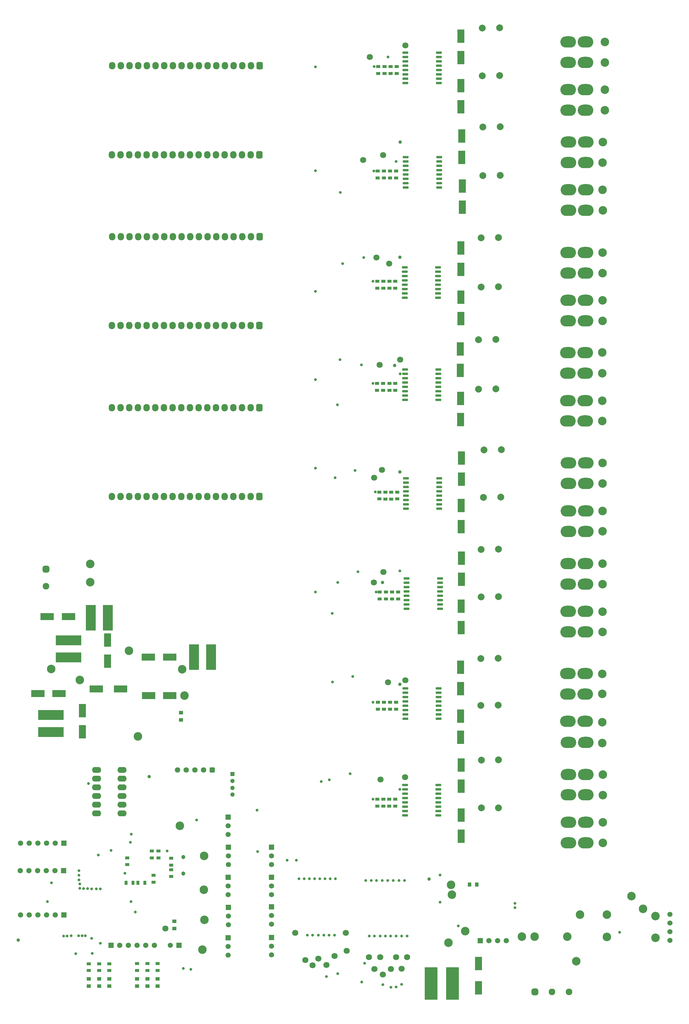
<source format=gbr>
%TF.GenerationSoftware,Altium Limited,Altium Designer,24.10.1 (45)*%
G04 Layer_Color=8388736*
%FSLAX43Y43*%
%MOMM*%
%TF.SameCoordinates,766D9AF5-BA92-4156-BEB6-FD46E2A8267A*%
%TF.FilePolarity,Negative*%
%TF.FileFunction,Soldermask,Top*%
%TF.Part,Single*%
G01*
G75*
%TA.AperFunction,SMDPad,CuDef*%
%ADD11R,3.000X7.500*%
%ADD12R,7.500X3.000*%
%ADD13R,3.750X9.500*%
%ADD14R,1.100X1.200*%
%ADD17R,1.200X1.100*%
%ADD18R,4.000X2.000*%
G04:AMPARAMS|DCode=19|XSize=1.65mm|YSize=0.6mm|CornerRadius=0.051mm|HoleSize=0mm|Usage=FLASHONLY|Rotation=0.000|XOffset=0mm|YOffset=0mm|HoleType=Round|Shape=RoundedRectangle|*
%AMROUNDEDRECTD19*
21,1,1.650,0.498,0,0,0.0*
21,1,1.548,0.600,0,0,0.0*
1,1,0.102,0.774,-0.249*
1,1,0.102,-0.774,-0.249*
1,1,0.102,-0.774,0.249*
1,1,0.102,0.774,0.249*
%
%ADD19ROUNDEDRECTD19*%
%ADD20R,2.000X4.000*%
%TA.AperFunction,ComponentPad*%
%ADD28R,1.500X1.500*%
%ADD29C,1.500*%
%ADD30C,1.550*%
%ADD31R,1.550X1.550*%
%ADD32C,1.800*%
%ADD33O,2.700X1.750*%
%ADD34C,2.500*%
%ADD35R,1.500X1.500*%
%ADD36C,1.300*%
%ADD37R,1.300X1.300*%
%ADD38C,1.200*%
%ADD39C,1.600*%
G04:AMPARAMS|DCode=40|XSize=1.6mm|YSize=1.6mm|CornerRadius=0.4mm|HoleSize=0mm|Usage=FLASHONLY|Rotation=180.000|XOffset=0mm|YOffset=0mm|HoleType=Round|Shape=RoundedRectangle|*
%AMROUNDEDRECTD40*
21,1,1.600,0.800,0,0,180.0*
21,1,0.800,1.600,0,0,180.0*
1,1,0.800,-0.400,0.400*
1,1,0.800,0.400,0.400*
1,1,0.800,0.400,-0.400*
1,1,0.800,-0.400,-0.400*
%
%ADD40ROUNDEDRECTD40*%
%ADD41C,1.950*%
G04:AMPARAMS|DCode=42|XSize=1.95mm|YSize=1.95mm|CornerRadius=0.488mm|HoleSize=0mm|Usage=FLASHONLY|Rotation=0.000|XOffset=0mm|YOffset=0mm|HoleType=Round|Shape=RoundedRectangle|*
%AMROUNDEDRECTD42*
21,1,1.950,0.975,0,0,0.0*
21,1,0.975,1.950,0,0,0.0*
1,1,0.975,0.488,-0.488*
1,1,0.975,-0.488,-0.488*
1,1,0.975,-0.488,0.488*
1,1,0.975,0.488,0.488*
%
%ADD42ROUNDEDRECTD42*%
%ADD43O,1.905X2.159*%
G04:AMPARAMS|DCode=44|XSize=1.905mm|YSize=2.159mm|CornerRadius=0.476mm|HoleSize=0mm|Usage=FLASHONLY|Rotation=0.000|XOffset=0mm|YOffset=0mm|HoleType=Round|Shape=RoundedRectangle|*
%AMROUNDEDRECTD44*
21,1,1.905,1.206,0,0,0.0*
21,1,0.953,2.159,0,0,0.0*
1,1,0.953,0.476,-0.603*
1,1,0.953,-0.476,-0.603*
1,1,0.953,-0.476,0.603*
1,1,0.953,0.476,0.603*
%
%ADD44ROUNDEDRECTD44*%
%ADD45C,2.000*%
%ADD46O,4.572X3.302*%
G04:AMPARAMS|DCode=47|XSize=1.95mm|YSize=1.95mm|CornerRadius=0.488mm|HoleSize=0mm|Usage=FLASHONLY|Rotation=270.000|XOffset=0mm|YOffset=0mm|HoleType=Round|Shape=RoundedRectangle|*
%AMROUNDEDRECTD47*
21,1,1.950,0.975,0,0,270.0*
21,1,0.975,1.950,0,0,270.0*
1,1,0.975,-0.488,-0.488*
1,1,0.975,-0.488,0.488*
1,1,0.975,0.488,0.488*
1,1,0.975,0.488,-0.488*
%
%ADD47ROUNDEDRECTD47*%
%TA.AperFunction,ViaPad*%
%ADD48C,0.800*%
%ADD49C,1.000*%
%TA.AperFunction,SMDPad,CuDef*%
%ADD91R,1.280X0.830*%
%ADD92R,0.830X1.280*%
D11*
X27625Y113350D02*
D03*
X22625D02*
D03*
X52880Y101789D02*
D03*
X57880D02*
D03*
D12*
X16120Y101709D02*
D03*
Y106709D02*
D03*
X10960Y79899D02*
D03*
Y84899D02*
D03*
D13*
X122300Y6325D02*
D03*
X128550D02*
D03*
D14*
X135693Y35267D02*
D03*
X133593D02*
D03*
D17*
X47087Y24508D02*
D03*
Y22408D02*
D03*
X42231Y5551D02*
D03*
Y7651D02*
D03*
X22081Y5526D02*
D03*
Y7626D02*
D03*
X39231Y5551D02*
D03*
Y7651D02*
D03*
X36231Y5551D02*
D03*
Y7651D02*
D03*
X28081Y5526D02*
D03*
Y7626D02*
D03*
X25081Y5526D02*
D03*
Y7626D02*
D03*
X49035Y83435D02*
D03*
Y85535D02*
D03*
D18*
X16100Y113629D02*
D03*
X9877D02*
D03*
X45765Y101759D02*
D03*
X39542D02*
D03*
X7125Y91159D02*
D03*
X13348D02*
D03*
X24260Y92459D02*
D03*
X31360D02*
D03*
X39582Y90534D02*
D03*
X45805D02*
D03*
D19*
X114678Y185959D02*
D03*
Y184689D02*
D03*
Y179609D02*
D03*
Y178339D02*
D03*
X124428Y177069D02*
D03*
Y178339D02*
D03*
Y179609D02*
D03*
Y180879D02*
D03*
Y182149D02*
D03*
Y183419D02*
D03*
Y184689D02*
D03*
Y185959D02*
D03*
X114678Y182149D02*
D03*
Y183419D02*
D03*
Y177069D02*
D03*
Y180879D02*
D03*
X114625Y215839D02*
D03*
Y214569D02*
D03*
Y209489D02*
D03*
Y208219D02*
D03*
X124375Y206949D02*
D03*
Y208219D02*
D03*
Y209489D02*
D03*
Y210759D02*
D03*
Y212029D02*
D03*
Y213299D02*
D03*
Y214569D02*
D03*
Y215839D02*
D03*
X114625Y212029D02*
D03*
Y213299D02*
D03*
Y206949D02*
D03*
Y210759D02*
D03*
X114815Y278678D02*
D03*
Y277408D02*
D03*
Y272328D02*
D03*
Y271058D02*
D03*
X124565Y269788D02*
D03*
Y271058D02*
D03*
Y272328D02*
D03*
Y273598D02*
D03*
Y274868D02*
D03*
Y276138D02*
D03*
Y277408D02*
D03*
Y278678D02*
D03*
X114815Y274868D02*
D03*
Y276138D02*
D03*
Y269788D02*
D03*
Y273598D02*
D03*
X114887Y248113D02*
D03*
Y246843D02*
D03*
Y241763D02*
D03*
Y240493D02*
D03*
X124637Y239223D02*
D03*
Y240493D02*
D03*
Y241763D02*
D03*
Y243033D02*
D03*
Y244303D02*
D03*
Y245573D02*
D03*
Y246843D02*
D03*
Y248113D02*
D03*
X114887Y244303D02*
D03*
Y245573D02*
D03*
Y239223D02*
D03*
Y243033D02*
D03*
X114699Y59310D02*
D03*
Y55500D02*
D03*
Y61850D02*
D03*
Y60580D02*
D03*
X124449Y64390D02*
D03*
Y63120D02*
D03*
Y61850D02*
D03*
Y60580D02*
D03*
Y59310D02*
D03*
Y58040D02*
D03*
Y56770D02*
D03*
Y55500D02*
D03*
X114699Y56770D02*
D03*
Y58040D02*
D03*
Y63120D02*
D03*
Y64390D02*
D03*
X114769Y92660D02*
D03*
Y91390D02*
D03*
Y86310D02*
D03*
Y85040D02*
D03*
X124519Y83770D02*
D03*
Y85040D02*
D03*
Y86310D02*
D03*
Y87580D02*
D03*
Y88850D02*
D03*
Y90120D02*
D03*
Y91390D02*
D03*
Y92660D02*
D03*
X114769Y88850D02*
D03*
Y90120D02*
D03*
Y83770D02*
D03*
Y87580D02*
D03*
X114939Y154154D02*
D03*
Y152884D02*
D03*
Y147804D02*
D03*
Y146534D02*
D03*
X124689Y145264D02*
D03*
Y146534D02*
D03*
Y147804D02*
D03*
Y149074D02*
D03*
Y150344D02*
D03*
Y151614D02*
D03*
Y152884D02*
D03*
Y154154D02*
D03*
X114939Y150344D02*
D03*
Y151614D02*
D03*
Y145264D02*
D03*
Y149074D02*
D03*
X115141Y124849D02*
D03*
Y123579D02*
D03*
Y118499D02*
D03*
Y117229D02*
D03*
X124891Y115959D02*
D03*
Y117229D02*
D03*
Y118499D02*
D03*
Y119769D02*
D03*
Y121039D02*
D03*
Y122309D02*
D03*
Y123579D02*
D03*
Y124849D02*
D03*
X115141Y121039D02*
D03*
Y122309D02*
D03*
Y115959D02*
D03*
Y119769D02*
D03*
D20*
X130933Y177532D02*
D03*
Y171309D02*
D03*
X130873Y185719D02*
D03*
Y191942D02*
D03*
X131000Y207082D02*
D03*
Y200859D02*
D03*
Y221512D02*
D03*
Y215289D02*
D03*
X131050Y269021D02*
D03*
Y262798D02*
D03*
Y283483D02*
D03*
Y277260D02*
D03*
X131472Y239676D02*
D03*
Y233453D02*
D03*
X131322Y254276D02*
D03*
Y248053D02*
D03*
X131074Y55603D02*
D03*
Y49380D02*
D03*
Y64000D02*
D03*
Y70223D02*
D03*
X130954Y84530D02*
D03*
Y78307D02*
D03*
Y98793D02*
D03*
Y92570D02*
D03*
X131104Y146187D02*
D03*
Y139964D02*
D03*
X131194Y160067D02*
D03*
Y153844D02*
D03*
X131126Y116682D02*
D03*
Y110459D02*
D03*
X131236Y130767D02*
D03*
Y124544D02*
D03*
X136175Y5025D02*
D03*
Y12125D02*
D03*
X20210Y79934D02*
D03*
Y86157D02*
D03*
X27550Y106822D02*
D03*
Y100599D02*
D03*
D28*
X75555Y19790D02*
D03*
Y46190D02*
D03*
Y37375D02*
D03*
Y28705D02*
D03*
X62917Y46131D02*
D03*
X62867Y54961D02*
D03*
X62943Y28567D02*
D03*
X62842Y19667D02*
D03*
X62893Y37342D02*
D03*
D29*
X75555Y17250D02*
D03*
Y14710D02*
D03*
X45947Y17456D02*
D03*
X192275Y18900D02*
D03*
Y21440D02*
D03*
Y23980D02*
D03*
Y26520D02*
D03*
X75555Y41110D02*
D03*
Y43650D02*
D03*
Y32295D02*
D03*
Y34835D02*
D03*
Y23625D02*
D03*
Y26165D02*
D03*
X62917Y43591D02*
D03*
Y41051D02*
D03*
X62867Y52421D02*
D03*
Y49881D02*
D03*
X62943Y26027D02*
D03*
Y23487D02*
D03*
X62842Y17127D02*
D03*
Y14587D02*
D03*
X62893Y34802D02*
D03*
Y32262D02*
D03*
D30*
X139263Y18847D02*
D03*
X141803D02*
D03*
X144343D02*
D03*
X12207Y47332D02*
D03*
X9667D02*
D03*
X7127D02*
D03*
X4587D02*
D03*
X2047D02*
D03*
X31117Y17496D02*
D03*
X33657D02*
D03*
X36197D02*
D03*
X38737D02*
D03*
X41277D02*
D03*
X12242Y26332D02*
D03*
X9702D02*
D03*
X7162D02*
D03*
X4622D02*
D03*
X2082D02*
D03*
X12197Y39332D02*
D03*
X9657D02*
D03*
X7117D02*
D03*
X4577D02*
D03*
X2037D02*
D03*
D31*
X136723Y18847D02*
D03*
X14747Y47332D02*
D03*
X28577Y17496D02*
D03*
X14782Y26332D02*
D03*
X14737Y39332D02*
D03*
D32*
X108200Y8900D02*
D03*
X107875Y156600D02*
D03*
X107225Y187275D02*
D03*
X113260Y188834D02*
D03*
X105600Y154275D02*
D03*
X108303Y126725D02*
D03*
X105544Y123600D02*
D03*
X91650Y11675D02*
D03*
X82550Y21080D02*
D03*
X87600Y11650D02*
D03*
X89291Y13536D02*
D03*
X85475Y13174D02*
D03*
X104125Y14011D02*
D03*
X105675Y10500D02*
D03*
X110512Y10538D02*
D03*
X107375Y14011D02*
D03*
X112105D02*
D03*
X115250D02*
D03*
X113650Y10625D02*
D03*
X97575Y15854D02*
D03*
X97325Y21070D02*
D03*
X94000Y14350D02*
D03*
X108225Y248725D02*
D03*
X110050Y216950D02*
D03*
X106292Y218700D02*
D03*
X109675Y94450D02*
D03*
X104325Y277400D02*
D03*
X114769Y94997D02*
D03*
X114699Y66652D02*
D03*
X114815Y280779D02*
D03*
X102376Y247251D02*
D03*
X107450Y65950D02*
D03*
X44475Y22408D02*
D03*
D33*
X31828Y56037D02*
D03*
Y58577D02*
D03*
Y61117D02*
D03*
Y63657D02*
D03*
Y66197D02*
D03*
Y68737D02*
D03*
X24328D02*
D03*
Y66197D02*
D03*
Y63657D02*
D03*
Y61117D02*
D03*
Y58577D02*
D03*
Y56037D02*
D03*
D34*
X36475Y78625D02*
D03*
X22475Y123733D02*
D03*
Y129067D02*
D03*
X187993Y19638D02*
D03*
X173793Y19891D02*
D03*
X181023Y31868D02*
D03*
X173793Y26418D02*
D03*
X187993Y25998D02*
D03*
X184373Y28158D02*
D03*
X55823Y43591D02*
D03*
X48750Y52421D02*
D03*
X55948Y24951D02*
D03*
X55372Y16167D02*
D03*
X55793Y33754D02*
D03*
X148858Y20002D02*
D03*
X128125Y35198D02*
D03*
X132303Y21628D02*
D03*
X152592Y20002D02*
D03*
X164842Y12822D02*
D03*
X165876Y26412D02*
D03*
X162184Y20027D02*
D03*
X128397Y32252D02*
D03*
X127375Y18224D02*
D03*
X172433Y170854D02*
D03*
Y176854D02*
D03*
X172453Y184874D02*
D03*
Y190934D02*
D03*
X172500Y200174D02*
D03*
Y206174D02*
D03*
Y214174D02*
D03*
Y220144D02*
D03*
X173226Y261823D02*
D03*
Y267823D02*
D03*
Y275823D02*
D03*
Y281823D02*
D03*
X172592Y232498D02*
D03*
X172542Y238498D02*
D03*
X172502Y246498D02*
D03*
X172592Y252498D02*
D03*
X172574Y47455D02*
D03*
Y53465D02*
D03*
Y61445D02*
D03*
Y67465D02*
D03*
X172414Y76685D02*
D03*
Y82765D02*
D03*
Y91055D02*
D03*
Y96875D02*
D03*
X172554Y138629D02*
D03*
Y144579D02*
D03*
Y152579D02*
D03*
Y158639D02*
D03*
X172486Y109149D02*
D03*
Y115109D02*
D03*
Y123149D02*
D03*
Y129149D02*
D03*
X50111Y90534D02*
D03*
X49380Y98269D02*
D03*
X19450Y95125D02*
D03*
X11090Y98319D02*
D03*
X33830Y103699D02*
D03*
D35*
X48487Y17456D02*
D03*
D36*
X64122Y61561D02*
D03*
Y65561D02*
D03*
Y63561D02*
D03*
D37*
Y67561D02*
D03*
D38*
X49737Y43326D02*
D03*
Y38446D02*
D03*
D39*
X53122Y68807D02*
D03*
X55662D02*
D03*
X50582D02*
D03*
X48042D02*
D03*
D40*
X58202D02*
D03*
D41*
X157702Y3862D02*
D03*
X162702D02*
D03*
X9500Y122500D02*
D03*
D42*
X152702Y3862D02*
D03*
D43*
X67000Y224815D02*
D03*
X64460D02*
D03*
X59380D02*
D03*
X69540D02*
D03*
X61920D02*
D03*
X56840D02*
D03*
X54300D02*
D03*
X51760D02*
D03*
X31440D02*
D03*
X33980D02*
D03*
X41600D02*
D03*
X36520D02*
D03*
X44140D02*
D03*
X39060D02*
D03*
X46680D02*
D03*
X28900D02*
D03*
X49220D02*
D03*
X66960Y174815D02*
D03*
X64420D02*
D03*
X59340D02*
D03*
X69500D02*
D03*
X61880D02*
D03*
X56800D02*
D03*
X54260D02*
D03*
X51720D02*
D03*
X31400D02*
D03*
X33940D02*
D03*
X41560D02*
D03*
X36480D02*
D03*
X44100D02*
D03*
X39020D02*
D03*
X46640D02*
D03*
X28860D02*
D03*
X49180D02*
D03*
X66970Y198815D02*
D03*
X64430D02*
D03*
X59350D02*
D03*
X69510D02*
D03*
X61890D02*
D03*
X56810D02*
D03*
X54270D02*
D03*
X51730D02*
D03*
X31410D02*
D03*
X33950D02*
D03*
X41570D02*
D03*
X36490D02*
D03*
X44110D02*
D03*
X39030D02*
D03*
X46650D02*
D03*
X28870D02*
D03*
X49190D02*
D03*
X66910Y148815D02*
D03*
X64370D02*
D03*
X59290D02*
D03*
X69450D02*
D03*
X61830D02*
D03*
X56750D02*
D03*
X54210D02*
D03*
X51670D02*
D03*
X31350D02*
D03*
X33890D02*
D03*
X41510D02*
D03*
X36430D02*
D03*
X44050D02*
D03*
X38970D02*
D03*
X46590D02*
D03*
X28810D02*
D03*
X49130D02*
D03*
X49150Y248815D02*
D03*
X28830D02*
D03*
X46610D02*
D03*
X38990D02*
D03*
X44070D02*
D03*
X36450D02*
D03*
X41530D02*
D03*
X33910D02*
D03*
X31370D02*
D03*
X51690D02*
D03*
X54230D02*
D03*
X56770D02*
D03*
X61850D02*
D03*
X69470D02*
D03*
X59310D02*
D03*
X64390D02*
D03*
X66930D02*
D03*
X49240Y274815D02*
D03*
X28920D02*
D03*
X46700D02*
D03*
X39080D02*
D03*
X44160D02*
D03*
X36540D02*
D03*
X41620D02*
D03*
X34000D02*
D03*
X31460D02*
D03*
X51780D02*
D03*
X54320D02*
D03*
X56860D02*
D03*
X61940D02*
D03*
X69560D02*
D03*
X59400D02*
D03*
X64480D02*
D03*
X67020D02*
D03*
D44*
X72080Y224815D02*
D03*
X72040Y174815D02*
D03*
X72050Y198815D02*
D03*
X71990Y148815D02*
D03*
X72010Y248815D02*
D03*
X72100Y274815D02*
D03*
D45*
X141263Y180304D02*
D03*
X136188Y180229D02*
D03*
X141263Y194774D02*
D03*
X136188Y194699D02*
D03*
X142040Y210203D02*
D03*
X136965Y210128D02*
D03*
X142070Y224524D02*
D03*
X136995Y224449D02*
D03*
X142370Y271963D02*
D03*
X137295Y271888D02*
D03*
X142370Y285933D02*
D03*
X137295Y285858D02*
D03*
X142556Y242748D02*
D03*
X137481Y242673D02*
D03*
X142556Y257006D02*
D03*
X137481Y256931D02*
D03*
X142074Y57725D02*
D03*
X136999Y57650D02*
D03*
Y71664D02*
D03*
X142074Y71739D02*
D03*
X141914Y87735D02*
D03*
X136839Y87660D02*
D03*
X141914Y101475D02*
D03*
X136839Y101400D02*
D03*
X142674Y148609D02*
D03*
X137599Y148534D02*
D03*
X142894Y162509D02*
D03*
X137819Y162434D02*
D03*
X142056Y119499D02*
D03*
X136981Y119424D02*
D03*
X142056Y133389D02*
D03*
X136981Y133314D02*
D03*
D46*
X162393Y170854D02*
D03*
X167473D02*
D03*
X162393Y176854D02*
D03*
X167473D02*
D03*
X162393Y184854D02*
D03*
X167473D02*
D03*
X162393Y190854D02*
D03*
X167473D02*
D03*
X162460Y200174D02*
D03*
X167540D02*
D03*
X162460Y206174D02*
D03*
X167540D02*
D03*
X162460Y214174D02*
D03*
X167540D02*
D03*
X162460Y220174D02*
D03*
X167540D02*
D03*
X162450Y261823D02*
D03*
X167530D02*
D03*
X162450Y267823D02*
D03*
X167530D02*
D03*
X162450Y275823D02*
D03*
X167530D02*
D03*
X162450Y281823D02*
D03*
X167530D02*
D03*
X162502Y232498D02*
D03*
X167582D02*
D03*
X162502Y238498D02*
D03*
X167582D02*
D03*
X162502Y246498D02*
D03*
X167582D02*
D03*
X162502Y252498D02*
D03*
X167582D02*
D03*
X162534Y47465D02*
D03*
X167614D02*
D03*
X162534Y53465D02*
D03*
X167614D02*
D03*
Y61465D02*
D03*
X162534D02*
D03*
X167614Y67465D02*
D03*
X162534D02*
D03*
X162484Y76855D02*
D03*
X167564D02*
D03*
X162374Y82985D02*
D03*
X167454D02*
D03*
X162374Y90985D02*
D03*
X167454D02*
D03*
X162374Y96985D02*
D03*
X167454D02*
D03*
X162514Y138579D02*
D03*
X167594D02*
D03*
X162514Y144579D02*
D03*
X167594D02*
D03*
X162514Y152579D02*
D03*
X167594D02*
D03*
X162514Y158579D02*
D03*
X167594D02*
D03*
X162446Y109149D02*
D03*
X167526D02*
D03*
X162446Y115149D02*
D03*
X167526D02*
D03*
X162446Y123149D02*
D03*
X167526D02*
D03*
X162446Y129149D02*
D03*
X167526D02*
D03*
D47*
X9500Y127500D02*
D03*
D48*
X105275Y211800D02*
D03*
X105250Y88555D02*
D03*
Y60205D02*
D03*
X88400Y244095D02*
D03*
X105525Y244050D02*
D03*
X88400Y208795D02*
D03*
Y183013D02*
D03*
X105325Y181925D02*
D03*
X88400Y157119D02*
D03*
X105975Y150125D02*
D03*
X88400Y120808D02*
D03*
X106180Y120824D02*
D03*
X88400Y274550D02*
D03*
X124925Y30125D02*
D03*
Y38050D02*
D03*
X177493Y21294D02*
D03*
X82855Y42375D02*
D03*
X80150D02*
D03*
X146825Y29712D02*
D03*
Y28500D02*
D03*
X130303Y23115D02*
D03*
X90125Y65350D02*
D03*
X71300Y57000D02*
D03*
X93350Y114600D02*
D03*
X94900Y175625D02*
D03*
X53675Y54100D02*
D03*
X34507Y50007D02*
D03*
X95750Y237750D02*
D03*
X105625Y274603D02*
D03*
X99345Y96125D02*
D03*
X102595Y218700D02*
D03*
X113175Y127000D02*
D03*
X96375Y216950D02*
D03*
X112100Y246825D02*
D03*
X71475Y44925D02*
D03*
X34237Y47625D02*
D03*
X35700Y27175D02*
D03*
X34450Y30250D02*
D03*
X25432Y34000D02*
D03*
X49750Y10675D02*
D03*
X102875Y12250D02*
D03*
X51950Y10455D02*
D03*
X25442Y18060D02*
D03*
X22950Y19520D02*
D03*
X24300Y34000D02*
D03*
X22950D02*
D03*
X101975Y6685D02*
D03*
X108150Y5955D02*
D03*
X94950Y9175D02*
D03*
X91675Y8290D02*
D03*
X23075Y15075D02*
D03*
X18225Y14975D02*
D03*
X112105Y5317D02*
D03*
X15732Y20221D02*
D03*
X14657D02*
D03*
X16882Y20246D02*
D03*
X19410Y35400D02*
D03*
X19225Y36582D02*
D03*
Y37975D02*
D03*
Y39287D02*
D03*
X104160Y20150D02*
D03*
X110512Y5225D02*
D03*
X113650Y6075D02*
D03*
X21750Y34050D02*
D03*
X9975Y30225D02*
D03*
X11125Y35725D02*
D03*
X24850Y43925D02*
D03*
X19115Y20246D02*
D03*
X20095Y20250D02*
D03*
X21075D02*
D03*
X19425Y34175D02*
D03*
X20550Y34050D02*
D03*
X115250Y20150D02*
D03*
X113650Y20185D02*
D03*
X112105D02*
D03*
X110475Y20150D02*
D03*
X108965Y20150D02*
D03*
X107375D02*
D03*
X105705Y20150D02*
D03*
X87620Y20451D02*
D03*
X86065Y20433D02*
D03*
X89291Y20434D02*
D03*
X90896Y20433D02*
D03*
X92441D02*
D03*
X94000D02*
D03*
X92475Y65925D02*
D03*
X93470Y94500D02*
D03*
X98580Y67650D02*
D03*
X101870Y187275D02*
D03*
X113260Y184700D02*
D03*
X95670Y188877D02*
D03*
X100075Y156425D02*
D03*
X100925Y126775D02*
D03*
X94175Y154275D02*
D03*
X94930Y123600D02*
D03*
X113198Y63120D02*
D03*
X109725Y277400D02*
D03*
X21950Y64800D02*
D03*
X114534Y36420D02*
D03*
X112915D02*
D03*
X111225D02*
D03*
X109580D02*
D03*
X107970D02*
D03*
X106270Y36405D02*
D03*
X104756Y36420D02*
D03*
X103170Y36420D02*
D03*
X94320Y36961D02*
D03*
X92750D02*
D03*
X91231Y36961D02*
D03*
X89695D02*
D03*
X88195D02*
D03*
X86685D02*
D03*
X85130Y36961D02*
D03*
X83617D02*
D03*
X28575Y45275D02*
D03*
X45037Y45096D02*
D03*
X32675Y38576D02*
D03*
D49*
X121675Y36825D02*
D03*
X111650Y187125D02*
D03*
X113157Y93848D02*
D03*
X113150Y218825D02*
D03*
X113225Y252475D02*
D03*
X113150Y156000D02*
D03*
X39775Y66800D02*
D03*
X108100Y123600D02*
D03*
X1375Y19000D02*
D03*
D91*
X42231Y12101D02*
D03*
Y10101D02*
D03*
X39231Y12101D02*
D03*
Y10101D02*
D03*
X36231Y12101D02*
D03*
Y10101D02*
D03*
X40507Y43073D02*
D03*
Y45073D02*
D03*
X33317Y43076D02*
D03*
Y41076D02*
D03*
X40992Y37924D02*
D03*
Y35924D02*
D03*
X46195Y39594D02*
D03*
Y37594D02*
D03*
X46195Y40924D02*
D03*
Y42924D02*
D03*
X42505Y43073D02*
D03*
Y45073D02*
D03*
X25081Y12076D02*
D03*
Y10076D02*
D03*
X28081Y12076D02*
D03*
Y10076D02*
D03*
X22081Y12076D02*
D03*
Y10076D02*
D03*
X108222Y181879D02*
D03*
Y179879D02*
D03*
X110103D02*
D03*
Y181879D02*
D03*
X108315Y211764D02*
D03*
Y209764D02*
D03*
X110095D02*
D03*
Y211764D02*
D03*
X108667Y274603D02*
D03*
Y272603D02*
D03*
X110450D02*
D03*
Y274603D02*
D03*
X108473Y244022D02*
D03*
Y242022D02*
D03*
X110263Y242012D02*
D03*
Y244012D02*
D03*
X111843Y179879D02*
D03*
Y181879D02*
D03*
X106463D02*
D03*
Y179879D02*
D03*
X111820Y209759D02*
D03*
Y211759D02*
D03*
X106540Y211758D02*
D03*
Y209758D02*
D03*
X112220Y272603D02*
D03*
Y274603D02*
D03*
X106847D02*
D03*
Y272603D02*
D03*
X112072Y242012D02*
D03*
Y244012D02*
D03*
X106683D02*
D03*
Y242012D02*
D03*
X108340Y60205D02*
D03*
Y58205D02*
D03*
X110064Y58205D02*
D03*
Y60205D02*
D03*
X108484Y88555D02*
D03*
Y86555D02*
D03*
X110314Y86575D02*
D03*
Y88575D02*
D03*
X108934Y150049D02*
D03*
Y148049D02*
D03*
X110654D02*
D03*
Y150049D02*
D03*
X109065Y120824D02*
D03*
Y118824D02*
D03*
X110868D02*
D03*
Y120824D02*
D03*
X111824Y58205D02*
D03*
Y60205D02*
D03*
X106564Y60205D02*
D03*
Y58205D02*
D03*
X112104Y86555D02*
D03*
Y88555D02*
D03*
X106734D02*
D03*
Y86555D02*
D03*
X112404Y148079D02*
D03*
Y150079D02*
D03*
X107144D02*
D03*
Y148079D02*
D03*
X112645Y118824D02*
D03*
Y120824D02*
D03*
X107238D02*
D03*
Y118824D02*
D03*
D92*
X38453Y35797D02*
D03*
X36453D02*
D03*
X33007Y35798D02*
D03*
X35007D02*
D03*
%TF.MD5,9ec1d05cef76059fbc7899c5e614f345*%
M02*

</source>
